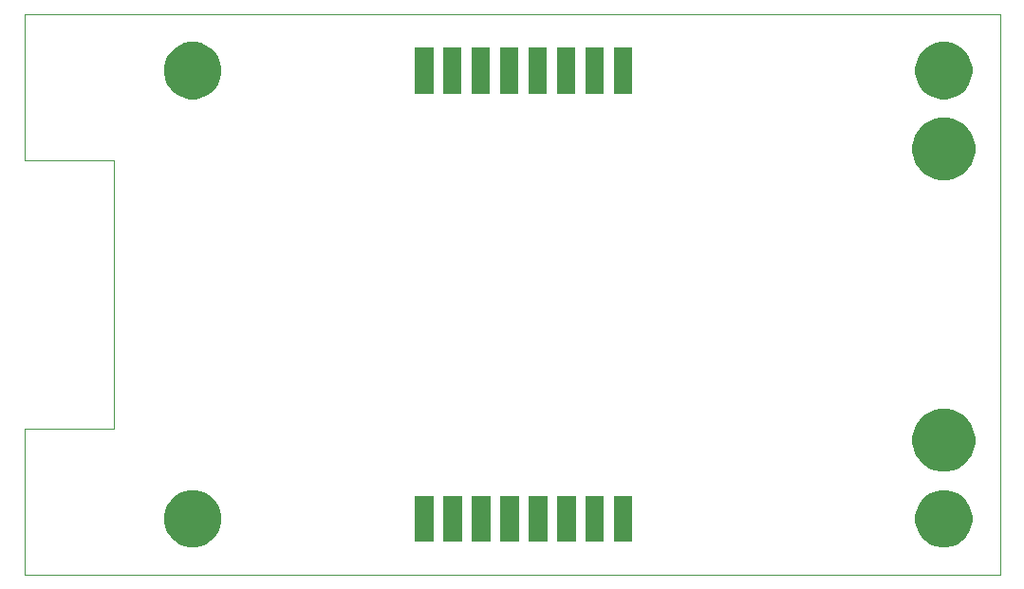
<source format=gbr>
G04 #@! TF.GenerationSoftware,KiCad,Pcbnew,(5.0.0-rc2-60-gbfa89039c)*
G04 #@! TF.CreationDate,2019-08-02T13:23:08+03:00*
G04 #@! TF.ProjectId,ModelPCB,4D6F64656C5043422E6B696361645F70,rev?*
G04 #@! TF.SameCoordinates,Original*
G04 #@! TF.FileFunction,Soldermask,Top*
G04 #@! TF.FilePolarity,Negative*
%FSLAX46Y46*%
G04 Gerber Fmt 4.6, Leading zero omitted, Abs format (unit mm)*
G04 Created by KiCad (PCBNEW (5.0.0-rc2-60-gbfa89039c)) date 08/02/19 13:23:08*
%MOMM*%
%LPD*%
G01*
G04 APERTURE LIST*
%ADD10C,0.050000*%
%ADD11C,0.150000*%
G04 APERTURE END LIST*
D10*
X154300000Y-63900000D02*
X241300000Y-63900000D01*
X154300000Y-113900000D02*
X154300000Y-100900000D01*
X154300000Y-76900000D02*
X154300000Y-63900000D01*
X162300000Y-76900000D02*
X154300000Y-76900000D01*
X241300000Y-113900000D02*
X154300000Y-113900000D01*
X162300000Y-100900000D02*
X162300000Y-76900000D01*
X154300000Y-100900000D02*
X162300000Y-100900000D01*
X241300000Y-113900000D02*
X241300000Y-63900000D01*
D11*
G36*
X237044096Y-106447033D02*
X237044098Y-106447034D01*
X237044099Y-106447034D01*
X237508352Y-106639333D01*
X237924284Y-106917250D01*
X237926171Y-106918511D01*
X238281489Y-107273829D01*
X238281491Y-107273832D01*
X238560667Y-107691648D01*
X238752966Y-108155901D01*
X238851000Y-108648748D01*
X238851000Y-109151252D01*
X238752966Y-109644099D01*
X238560667Y-110108352D01*
X238282750Y-110524284D01*
X238281489Y-110526171D01*
X237926171Y-110881489D01*
X237926168Y-110881491D01*
X237508352Y-111160667D01*
X237044099Y-111352966D01*
X237044098Y-111352966D01*
X237044096Y-111352967D01*
X236551253Y-111451000D01*
X236048747Y-111451000D01*
X235555904Y-111352967D01*
X235555902Y-111352966D01*
X235555901Y-111352966D01*
X235091648Y-111160667D01*
X234673832Y-110881491D01*
X234673829Y-110881489D01*
X234318511Y-110526171D01*
X234317250Y-110524284D01*
X234039333Y-110108352D01*
X233847034Y-109644099D01*
X233749000Y-109151252D01*
X233749000Y-108648748D01*
X233847034Y-108155901D01*
X234039333Y-107691648D01*
X234318509Y-107273832D01*
X234318511Y-107273829D01*
X234673829Y-106918511D01*
X234675716Y-106917250D01*
X235091648Y-106639333D01*
X235555901Y-106447034D01*
X235555902Y-106447034D01*
X235555904Y-106447033D01*
X236048747Y-106349000D01*
X236551253Y-106349000D01*
X237044096Y-106447033D01*
X237044096Y-106447033D01*
G37*
G36*
X170044096Y-106447033D02*
X170044098Y-106447034D01*
X170044099Y-106447034D01*
X170508352Y-106639333D01*
X170924284Y-106917250D01*
X170926171Y-106918511D01*
X171281489Y-107273829D01*
X171281491Y-107273832D01*
X171560667Y-107691648D01*
X171752966Y-108155901D01*
X171851000Y-108648748D01*
X171851000Y-109151252D01*
X171752966Y-109644099D01*
X171560667Y-110108352D01*
X171282750Y-110524284D01*
X171281489Y-110526171D01*
X170926171Y-110881489D01*
X170926168Y-110881491D01*
X170508352Y-111160667D01*
X170044099Y-111352966D01*
X170044098Y-111352966D01*
X170044096Y-111352967D01*
X169551253Y-111451000D01*
X169048747Y-111451000D01*
X168555904Y-111352967D01*
X168555902Y-111352966D01*
X168555901Y-111352966D01*
X168091648Y-111160667D01*
X167673832Y-110881491D01*
X167673829Y-110881489D01*
X167318511Y-110526171D01*
X167317250Y-110524284D01*
X167039333Y-110108352D01*
X166847034Y-109644099D01*
X166749000Y-109151252D01*
X166749000Y-108648748D01*
X166847034Y-108155901D01*
X167039333Y-107691648D01*
X167318509Y-107273832D01*
X167318511Y-107273829D01*
X167673829Y-106918511D01*
X167675716Y-106917250D01*
X168091648Y-106639333D01*
X168555901Y-106447034D01*
X168555902Y-106447034D01*
X168555904Y-106447033D01*
X169048747Y-106349000D01*
X169551253Y-106349000D01*
X170044096Y-106447033D01*
X170044096Y-106447033D01*
G37*
G36*
X203463000Y-110951000D02*
X201837000Y-110951000D01*
X201837000Y-106849000D01*
X203463000Y-106849000D01*
X203463000Y-110951000D01*
X203463000Y-110951000D01*
G37*
G36*
X208463000Y-110951000D02*
X206837000Y-110951000D01*
X206837000Y-106849000D01*
X208463000Y-106849000D01*
X208463000Y-110951000D01*
X208463000Y-110951000D01*
G37*
G36*
X190763000Y-110951000D02*
X189137000Y-110951000D01*
X189137000Y-106849000D01*
X190763000Y-106849000D01*
X190763000Y-110951000D01*
X190763000Y-110951000D01*
G37*
G36*
X193303000Y-110951000D02*
X191677000Y-110951000D01*
X191677000Y-106849000D01*
X193303000Y-106849000D01*
X193303000Y-110951000D01*
X193303000Y-110951000D01*
G37*
G36*
X195843000Y-110951000D02*
X194217000Y-110951000D01*
X194217000Y-106849000D01*
X195843000Y-106849000D01*
X195843000Y-110951000D01*
X195843000Y-110951000D01*
G37*
G36*
X198383000Y-110951000D02*
X196757000Y-110951000D01*
X196757000Y-106849000D01*
X198383000Y-106849000D01*
X198383000Y-110951000D01*
X198383000Y-110951000D01*
G37*
G36*
X200923000Y-110951000D02*
X199297000Y-110951000D01*
X199297000Y-106849000D01*
X200923000Y-106849000D01*
X200923000Y-110951000D01*
X200923000Y-110951000D01*
G37*
G36*
X205963000Y-110951000D02*
X204337000Y-110951000D01*
X204337000Y-106849000D01*
X205963000Y-106849000D01*
X205963000Y-110951000D01*
X205963000Y-110951000D01*
G37*
G36*
X237117021Y-99206640D02*
X237626770Y-99417785D01*
X237626771Y-99417786D01*
X238085534Y-99724321D01*
X238475679Y-100114466D01*
X238680036Y-100420308D01*
X238782215Y-100573230D01*
X238993360Y-101082979D01*
X239101000Y-101624124D01*
X239101000Y-102175876D01*
X238993360Y-102717021D01*
X238782215Y-103226770D01*
X238782214Y-103226771D01*
X238475679Y-103685534D01*
X238085534Y-104075679D01*
X237779692Y-104280036D01*
X237626770Y-104382215D01*
X237117021Y-104593360D01*
X236575876Y-104701000D01*
X236024124Y-104701000D01*
X235482979Y-104593360D01*
X234973230Y-104382215D01*
X234820308Y-104280036D01*
X234514466Y-104075679D01*
X234124321Y-103685534D01*
X233817786Y-103226771D01*
X233817785Y-103226770D01*
X233606640Y-102717021D01*
X233499000Y-102175876D01*
X233499000Y-101624124D01*
X233606640Y-101082979D01*
X233817785Y-100573230D01*
X233919964Y-100420308D01*
X234124321Y-100114466D01*
X234514466Y-99724321D01*
X234973229Y-99417786D01*
X234973230Y-99417785D01*
X235482979Y-99206640D01*
X236024124Y-99099000D01*
X236575876Y-99099000D01*
X237117021Y-99206640D01*
X237117021Y-99206640D01*
G37*
G36*
X237117021Y-73206640D02*
X237626770Y-73417785D01*
X237626771Y-73417786D01*
X238085534Y-73724321D01*
X238475679Y-74114466D01*
X238680036Y-74420308D01*
X238782215Y-74573230D01*
X238993360Y-75082979D01*
X239101000Y-75624124D01*
X239101000Y-76175876D01*
X238993360Y-76717021D01*
X238782215Y-77226770D01*
X238782214Y-77226771D01*
X238475679Y-77685534D01*
X238085534Y-78075679D01*
X237779692Y-78280036D01*
X237626770Y-78382215D01*
X237117021Y-78593360D01*
X236575876Y-78701000D01*
X236024124Y-78701000D01*
X235482979Y-78593360D01*
X234973230Y-78382215D01*
X234820308Y-78280036D01*
X234514466Y-78075679D01*
X234124321Y-77685534D01*
X233817786Y-77226771D01*
X233817785Y-77226770D01*
X233606640Y-76717021D01*
X233499000Y-76175876D01*
X233499000Y-75624124D01*
X233606640Y-75082979D01*
X233817785Y-74573230D01*
X233919964Y-74420308D01*
X234124321Y-74114466D01*
X234514466Y-73724321D01*
X234973229Y-73417786D01*
X234973230Y-73417785D01*
X235482979Y-73206640D01*
X236024124Y-73099000D01*
X236575876Y-73099000D01*
X237117021Y-73206640D01*
X237117021Y-73206640D01*
G37*
G36*
X237044096Y-66447033D02*
X237044098Y-66447034D01*
X237044099Y-66447034D01*
X237508352Y-66639333D01*
X237924284Y-66917250D01*
X237926171Y-66918511D01*
X238281489Y-67273829D01*
X238281491Y-67273832D01*
X238560667Y-67691648D01*
X238752966Y-68155901D01*
X238851000Y-68648748D01*
X238851000Y-69151252D01*
X238752966Y-69644099D01*
X238560667Y-70108352D01*
X238282750Y-70524284D01*
X238281489Y-70526171D01*
X237926171Y-70881489D01*
X237926168Y-70881491D01*
X237508352Y-71160667D01*
X237044099Y-71352966D01*
X237044098Y-71352966D01*
X237044096Y-71352967D01*
X236551253Y-71451000D01*
X236048747Y-71451000D01*
X235555904Y-71352967D01*
X235555902Y-71352966D01*
X235555901Y-71352966D01*
X235091648Y-71160667D01*
X234673832Y-70881491D01*
X234673829Y-70881489D01*
X234318511Y-70526171D01*
X234317250Y-70524284D01*
X234039333Y-70108352D01*
X233847034Y-69644099D01*
X233749000Y-69151252D01*
X233749000Y-68648748D01*
X233847034Y-68155901D01*
X234039333Y-67691648D01*
X234318509Y-67273832D01*
X234318511Y-67273829D01*
X234673829Y-66918511D01*
X234675716Y-66917250D01*
X235091648Y-66639333D01*
X235555901Y-66447034D01*
X235555902Y-66447034D01*
X235555904Y-66447033D01*
X236048747Y-66349000D01*
X236551253Y-66349000D01*
X237044096Y-66447033D01*
X237044096Y-66447033D01*
G37*
G36*
X170044096Y-66447033D02*
X170044098Y-66447034D01*
X170044099Y-66447034D01*
X170508352Y-66639333D01*
X170924284Y-66917250D01*
X170926171Y-66918511D01*
X171281489Y-67273829D01*
X171281491Y-67273832D01*
X171560667Y-67691648D01*
X171752966Y-68155901D01*
X171851000Y-68648748D01*
X171851000Y-69151252D01*
X171752966Y-69644099D01*
X171560667Y-70108352D01*
X171282750Y-70524284D01*
X171281489Y-70526171D01*
X170926171Y-70881489D01*
X170926168Y-70881491D01*
X170508352Y-71160667D01*
X170044099Y-71352966D01*
X170044098Y-71352966D01*
X170044096Y-71352967D01*
X169551253Y-71451000D01*
X169048747Y-71451000D01*
X168555904Y-71352967D01*
X168555902Y-71352966D01*
X168555901Y-71352966D01*
X168091648Y-71160667D01*
X167673832Y-70881491D01*
X167673829Y-70881489D01*
X167318511Y-70526171D01*
X167317250Y-70524284D01*
X167039333Y-70108352D01*
X166847034Y-69644099D01*
X166749000Y-69151252D01*
X166749000Y-68648748D01*
X166847034Y-68155901D01*
X167039333Y-67691648D01*
X167318509Y-67273832D01*
X167318511Y-67273829D01*
X167673829Y-66918511D01*
X167675716Y-66917250D01*
X168091648Y-66639333D01*
X168555901Y-66447034D01*
X168555902Y-66447034D01*
X168555904Y-66447033D01*
X169048747Y-66349000D01*
X169551253Y-66349000D01*
X170044096Y-66447033D01*
X170044096Y-66447033D01*
G37*
G36*
X190763000Y-70951000D02*
X189137000Y-70951000D01*
X189137000Y-66849000D01*
X190763000Y-66849000D01*
X190763000Y-70951000D01*
X190763000Y-70951000D01*
G37*
G36*
X208463000Y-70951000D02*
X206837000Y-70951000D01*
X206837000Y-66849000D01*
X208463000Y-66849000D01*
X208463000Y-70951000D01*
X208463000Y-70951000D01*
G37*
G36*
X193263000Y-70951000D02*
X191637000Y-70951000D01*
X191637000Y-66849000D01*
X193263000Y-66849000D01*
X193263000Y-70951000D01*
X193263000Y-70951000D01*
G37*
G36*
X195763000Y-70951000D02*
X194137000Y-70951000D01*
X194137000Y-66849000D01*
X195763000Y-66849000D01*
X195763000Y-70951000D01*
X195763000Y-70951000D01*
G37*
G36*
X198303000Y-70951000D02*
X196677000Y-70951000D01*
X196677000Y-66849000D01*
X198303000Y-66849000D01*
X198303000Y-70951000D01*
X198303000Y-70951000D01*
G37*
G36*
X200843000Y-70951000D02*
X199217000Y-70951000D01*
X199217000Y-66849000D01*
X200843000Y-66849000D01*
X200843000Y-70951000D01*
X200843000Y-70951000D01*
G37*
G36*
X203383000Y-70951000D02*
X201757000Y-70951000D01*
X201757000Y-66849000D01*
X203383000Y-66849000D01*
X203383000Y-70951000D01*
X203383000Y-70951000D01*
G37*
G36*
X205923000Y-70951000D02*
X204297000Y-70951000D01*
X204297000Y-66849000D01*
X205923000Y-66849000D01*
X205923000Y-70951000D01*
X205923000Y-70951000D01*
G37*
M02*

</source>
